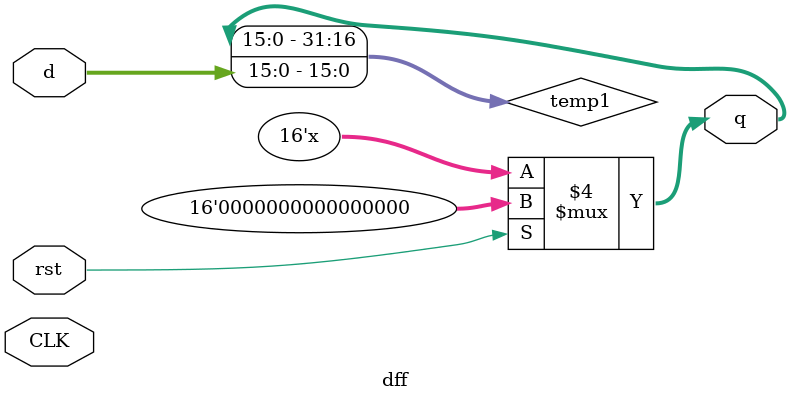
<source format=v>
`timescale 1ns / 1ps


module dff #(parameter N = 16) (d, CLK, q, rst);

input [N-1:0] d;
input CLK, rst;
output [N-1:0] q;
reg[32-1:0] temp1;
always @ ( CLK) begin
temp1[15:0] <= d;
if(rst==1)
temp1[31:16] <= 0;
else
temp1[31:16] <= temp1[15:0];
//temp1[95:64]<= temp1[63:32];
  

end
/*
always @ (negedge CLK) begin
temp1[31:0] <= d;
if(rst==1)
temp1[63:32] <= 0;
else
temp1[63:32] <= temp1[31:0];
//temp1[95:64]<= temp1[63:32];
end*/
assign q = temp1[31:16];



endmodule

</source>
